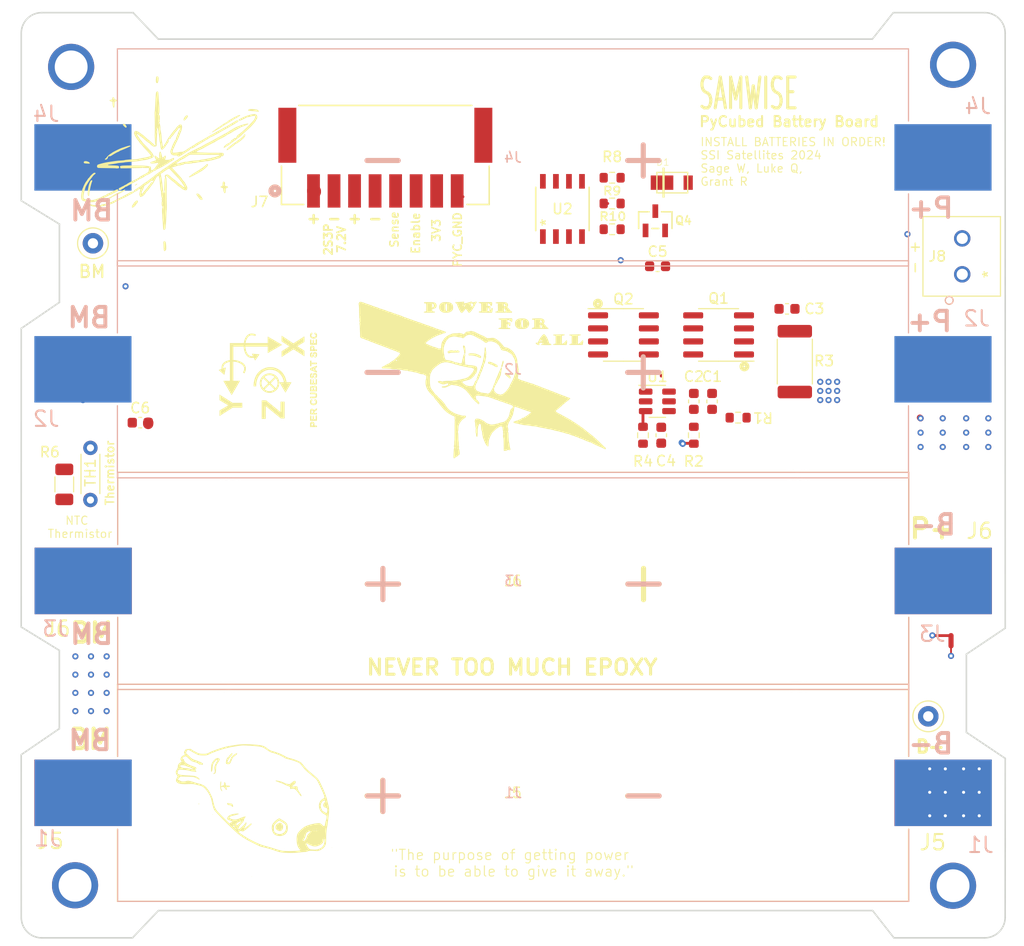
<source format=kicad_pcb>
(kicad_pcb (version 20221018) (generator pcbnew)
  (title_block (title "Battery Board") (date "2024-05-07") (rev "v2B") (company "Stanford SSI") (comment 1 "Original design by Max Holiday, very small adaptations by Grant Regen") (comment 2 "More small edits made by Sage Wu and Luke Qiao"))
  (layers (0 "F.Cu" signal) (1 "In1.Cu" signal) (2 "In2.Cu" signal) (31 "B.Cu" signal) (34 "B.Paste" user) (35 "F.Paste" user) (36 "B.SilkS" user "B.Silkscreen") (37 "F.SilkS" user "F.Silkscreen") (38 "B.Mask" user) (39 "F.Mask" user) (44 "Edge.Cuts" user))
  (net 0 "")
  (net 1 "/VDD")
  (net 2 "B-")
  (net 3 "PACK-")
  (net 4 "BM")
  (net 5 "PACK+")
  (net 6 "Net-(U1-VC)")
  (net 7 "Net-(C3-Pad1)")
  (net 8 "PyCubed_AIN5")
  (net 10 "Net-(U1-V-)")
  (net 14 "Net-(Q1-G)")
  (net 15 "+3V3")
  (net 16 "Net-(Q1-D-Pad5)")
  (net 17 "Net-(Q2-G)")
  (net 18 "/HEATER")
  (net 19 "PyCubed_HIN")
  (net 20 "Net-(Q4-G)")
  (net 21 "PYCUBED_GND")
  (net 22 "Net-(Q4-D)")
  (footprint "batteryboard:Keystone_1042" (layer "F.Cu") (at 101.1174 129.8448 180)
    (fp_text reference "J5" (at 0 0 180) (layer "F.SilkS"))
    (fp_text value "KEYSTONE-1042")
    (fp_text user "-" (at -12.7 0 180) (layer "F.SilkS") (effects (font (size 4 4) (thickness 0.5))))
    (fp_text user "+" (at 12.7 0 180) (layer "F.SilkS") (effects (font (size 4 4) (thickness 0.5))))
    (pad "" np_thru_hole circle (at -27.5209 8.001 180) (size 3.7084 3.7084) (drill 3.7084) (layers "*.Cu" "*.Mask"))
    (pad "" np_thru_hole circle (at 27.7241 -8.001 180) (size 3.7084 3.7084) (drill 3.7084) (layers "*.Cu" "*.Mask"))
    (pad "" np_thru_hole circle (at 35.9537 8.001 180) (size 2.6416 2.6416) (drill 2.6416) (layers "*.Cu" "*.Mask"))
    (pad "1" smd rect (at -41.91 0 180) (size 9.4676 6.477) (layers "F.Cu" "F.Paste" "F.Mask") (net 2 "B-"))
    (pad "2" smd rect (at 41.91 0 180) (size 9.4676 6.477) (layers "F.Cu" "F.Paste" "F.Mask") (net 4 "BM"))
  )
  (footprint "Package_TO_SOT_SMD:SOT-23-6" (layer "F.Cu") (at 115.189 91.694)
    (fp_text reference "U1" (at 0 -2.4) (layer "F.SilkS"))
    (fp_text value "R5460N233AF")
    (pad "1" smd roundrect (at -1.1375 -0.95) (size 1.325 0.6) (layers "F.Cu" "F.Paste" "F.Mask") (net 14 "Net-(Q1-G)"))
    (pad "2" smd roundrect (at -1.1375 0) (size 1.325 0.6) (layers "F.Cu" "F.Paste" "F.Mask") (net 17 "Net-(Q2-G)"))
    (pad "3" smd roundrect (at -1.1375 0.95) (size 1.325 0.6) (layers "F.Cu" "F.Paste" "F.Mask") (net 10 "Net-(U1-V-)"))
    (pad "4" smd roundrect (at 1.1375 0.95) (size 1.325 0.6) (layers "F.Cu" "F.Paste" "F.Mask") (net 6 "Net-(U1-VC)"))
    (pad "5" smd roundrect (at 1.1375 0) (size 1.325 0.6) (layers "F.Cu" "F.Paste" "F.Mask") (net 1 "/VDD"))
    (pad "6" smd roundrect (at 1.1375 -0.95) (size 1.325 0.6) (layers "F.Cu" "F.Paste" "F.Mask") (net 2 "B-"))
  )
  (footprint "batteryboard:Keystone_1042" (layer "F.Cu") (at 101.1428 109.1946)
    (fp_text reference "J6" (at 0 0) (layer "F.SilkS"))
    (fp_text value "KEYSTONE-1042")
    (fp_text user "-" (at -12.7 0) (layer "F.SilkS") (effects (font (size 4 4) (thickness 0.5))))
    (fp_text user "+" (at 12.7 0) (layer "F.SilkS") (effects (font (size 4 4) (thickness 0.5))))
    (pad "" np_thru_hole circle (at -27.5209 8.001) (size 3.7084 3.7084) (drill 3.7084) (layers "*.Cu" "*.Mask"))
    (pad "" np_thru_hole circle (at 27.7241 -8.001) (size 3.7084 3.7084) (drill 3.7084) (layers "*.Cu" "*.Mask"))
    (pad "" np_thru_hole circle (at 35.9537 8.001) (size 2.6416 2.6416) (drill 2.6416) (layers "*.Cu" "*.Mask"))
    (pad "1" smd rect (at -41.91 0) (size 9.4676 6.477) (layers "F.Cu" "F.Paste" "F.Mask") (net 4 "BM"))
    (pad "2" smd rect (at 41.91 0) (size 9.4676 6.477) (layers "F.Cu" "F.Paste" "F.Mask") (net 5 "PACK+"))
  )
  (footprint "Capacitor_SMD:C_0603_1608Metric" (layer "F.Cu") (at 120.523 91.694 -90)
    (fp_text reference "C1" (at -2.413 0 -180) (layer "F.SilkS"))
    (fp_text value "0.1uF")
    (pad "1" smd roundrect (at -0.775 0 270) (size 0.9 0.95) (layers "F.Cu" "F.Paste" "F.Mask") (net 2 "B-"))
    (pad "2" smd roundrect (at 0.775 0 270) (size 0.9 0.95) (layers "F.Cu" "F.Paste" "F.Mask") (net 1 "/VDD"))
  )
  (footprint "Capacitor_SMD:C_0603_1608Metric" (layer "F.Cu") (at 118.745 91.694 -90)
    (fp_text reference "C2" (at -2.413 0 -180) (layer "F.SilkS"))
    (fp_text value "0.1uF")
    (pad "1" smd roundrect (at -0.775 0 270) (size 0.9 0.95) (layers "F.Cu" "F.Paste" "F.Mask") (net 2 "B-"))
    (pad "2" smd roundrect (at 0.775 0 270) (size 0.9 0.95) (layers "F.Cu" "F.Paste" "F.Mask") (net 6 "Net-(U1-VC)"))
  )
  (footprint "Capacitor_SMD:C_0603_1608Metric" (layer "F.Cu") (at 115.57 94.996 -90)
    (fp_text reference "C4" (at 2.5077 -0.4535 -180) (layer "F.SilkS"))
    (fp_text value "0.1uF")
    (pad "1" smd roundrect (at -0.775 0 270) (size 0.9 0.95) (layers "F.Cu" "F.Paste" "F.Mask") (net 2 "B-"))
    (pad "2" smd roundrect (at 0.775 0 270) (size 0.9 0.95) (layers "F.Cu" "F.Paste" "F.Mask") (net 10 "Net-(U1-V-)"))
  )
  (footprint "Capacitor_SMD:C_0603_1608Metric" (layer "F.Cu") (at 127.8255 82.677 180)
    (fp_text reference "C3" (at -2.667 0 unlocked) (layer "F.SilkS"))
    (fp_text value "0.1uF")
    (pad "1" smd roundrect (at -0.775 0 180) (size 0.9 0.95) (layers "F.Cu" "F.Paste" "F.Mask") (net 7 "Net-(C3-Pad1)"))
    (pad "2" smd roundrect (at 0.775 0 180) (size 0.9 0.95) (layers "F.Cu" "F.Paste" "F.Mask") (net 3 "PACK-"))
  )
  (footprint "Resistor_SMD:R_0603_1608Metric" (layer "F.Cu") (at 123.063 93.2815 180)
    (fp_text reference "R1" (at -2.413 0 180 unlocked) (layer "F.SilkS"))
    (fp_text value "330")
    (pad "1" smd roundrect (at -0.825 0 180) (size 0.8 0.95) (layers "F.Cu" "F.Paste" "F.Mask") (net 5 "PACK+"))
    (pad "2" smd roundrect (at 0.825 0 180) (size 0.8 0.95) (layers "F.Cu" "F.Paste" "F.Mask") (net 1 "/VDD"))
  )
  (footprint "Resistor_SMD:R_0603_1608Metric" (layer "F.Cu") (at 118.745 94.996 90)
    (fp_text reference "R2" (at -2.54 0 180) (layer "F.SilkS"))
    (fp_text value "330")
    (pad "1" smd roundrect (at -0.825 0 90) (size 0.8 0.95) (layers "F.Cu" "F.Paste" "F.Mask") (net 4 "BM"))
    (pad "2" smd roundrect (at 0.825 0 90) (size 0.8 0.95) (layers "F.Cu" "F.Paste" "F.Mask") (net 6 "Net-(U1-VC)"))
  )
  (footprint "Package_SO:SOIC-8_3.9x4.9mm_P1.27mm" (layer "F.Cu") (at 111.887 85.217)
    (fp_text reference "Q2" (at 0 -3.4925 unlocked) (layer "F.SilkS"))
    (fp_text value "IRF7458")
    (pad "1" smd roundrect (at -2.475 -1.905) (size 1.95 0.6) (layers "F.Cu" "F.Paste" "F.Mask") (net 3 "PACK-"))
    (pad "2" smd roundrect (at -2.475 -0.635) (size 1.95 0.6) (layers "F.Cu" "F.Paste" "F.Mask") (net 3 "PACK-"))
    (pad "3" smd roundrect (at -2.475 0.635) (size 1.95 0.6) (layers "F.Cu" "F.Paste" "F.Mask") (net 3 "PACK-"))
    (pad "4" smd roundrect (at -2.475 1.905) (size 1.95 0.6) (layers "F.Cu" "F.Paste" "F.Mask") (net 17 "Net-(Q2-G)"))
    (pad "5" smd roundrect (at 2.475 1.905) (size 1.95 0.6) (layers "F.Cu" "F.Paste" "F.Mask") (net 16 "Net-(Q1-D-Pad5)"))
    (pad "6" smd roundrect (at 2.475 0.635) (size 1.95 0.6) (layers "F.Cu" "F.Paste" "F.Mask") (net 16 "Net-(Q1-D-Pad5)"))
    (pad "7" smd roundrect (at 2.475 -0.635) (size 1.95 0.6) (layers "F.Cu" "F.Paste" "F.Mask") (net 16 "Net-(Q1-D-Pad5)"))
    (pad "8" smd roundrect (at 2.475 -1.905) (size 1.95 0.6) (layers "F.Cu" "F.Paste" "F.Mask") (net 16 "Net-(Q1-D-Pad5)"))
  )
  (footprint "Package_SO:SOIC-8_3.9x4.9mm_P1.27mm" (layer "F.Cu") (at 121.158 85.217 180)
    (fp_text reference "Q1" (at 0 3.556 unlocked) (layer "F.SilkS"))
    (fp_text value "IRF7458")
    (pad "1" smd roundrect (at -2.475 -1.905 180) (size 1.95 0.6) (layers "F.Cu" "F.Paste" "F.Mask") (net 7 "Net-(C3-Pad1)"))
    (pad "2" smd roundrect (at -2.475 -0.635 180) (size 1.95 0.6) (layers "F.Cu" "F.Paste" "F.Mask") (net 7 "Net-(C3-Pad1)"))
    (pad "3" smd roundrect (at -2.475 0.635 180) (size 1.95 0.6) (layers "F.Cu" "F.Paste" "F.Mask") (net 7 "Net-(C3-Pad1)"))
    (pad "4" smd roundrect (at -2.475 1.905 180) (size 1.95 0.6) (layers "F.Cu" "F.Paste" "F.Mask") (net 14 "Net-(Q1-G)"))
    (pad "5" smd roundrect (at 2.475 1.905 180) (size 1.95 0.6) (layers "F.Cu" "F.Paste" "F.Mask") (net 16 "Net-(Q1-D-Pad5)"))
    (pad "6" smd roundrect (at 2.475 0.635 180) (size 1.95 0.6) (layers "F.Cu" "F.Paste" "F.Mask") (net 16 "Net-(Q1-D-Pad5)"))
    (pad "7" smd roundrect (at 2.475 -0.635 180) (size 1.95 0.6) (layers "F.Cu" "F.Paste" "F.Mask") (net 16 "Net-(Q1-D-Pad5)"))
    (pad "8" smd roundrect (at 2.475 -1.905 180) (size 1.95 0.6) (layers "F.Cu" "F.Paste" "F.Mask") (net 16 "Net-(Q1-D-Pad5)"))
  )
  (footprint "Resistor_SMD:R_0603_1608Metric" (layer "F.Cu") (at 113.792 94.996 -90)
    (fp_text reference "R4" (at 2.54 0 -180) (layer "F.SilkS"))
    (fp_text value "1K")
    (pad "1" smd roundrect (at -0.825 0 270) (size 0.8 0.95) (layers "F.Cu" "F.Paste" "F.Mask") (net 10 "Net-(U1-V-)"))
    (pad "2" smd roundrect (at 0.825 0 270) (size 0.8 0.95) (layers "F.Cu" "F.Paste" "F.Mask") (net 3 "PACK-"))
  )
  (footprint "Resistor_SMD:R_2512_6332Metric" (layer "F.Cu") (at 128.5875 87.8205 90)
    (fp_text reference "R3" (at 0.0635 2.8575) (layer "F.SilkS"))
    (fp_text value "0.01")
    (pad "1" smd roundrect (at -2.9625 0 90) (size 1.225 3.35) (layers "F.Cu" "F.Paste" "F.Mask") (roundrect_rratio 0.2040816327) (net 2 "B-"))
    (pad "2" smd roundrect (at 2.9625 0 90) (size 1.225 3.35) (layers "F.Cu" "F.Paste" "F.Mask") (roundrect_rratio 0.2040816327) (net 7 "Net-(C3-Pad1)"))
  )
  (footprint "TestPoint:TestPoint_Loop_D1.80mm_Drill1.0mm_Beaded" (layer "F.Cu") (at 141.5923 122.3899)
    (fp_text reference "TP1" hide)
    (fp_text value "TestPoint")
    (pad "1" thru_hole circle (at 0 0) (size 2 2) (drill 1) (layers "*.Cu" "*.Mask") (net 2 "B-"))
  )
  (footprint "TestPoint:TestPoint_Loop_D1.80mm_Drill1.0mm_Beaded" (layer "F.Cu") (at 60.1853 76.2889)
    (fp_text reference "TP2" hide)
    (fp_text value "TestPoint")
    (pad "1" thru_hole circle (at 0 0) (size 2 2) (drill 1) (layers "*.Cu" "*.Mask") (net 4 "BM"))
  )
  (footprint "batteryboard:MountingHole_3.2mm_M3_DIN965_PadMOD" (layer "F.Cu") (at 144.0103 138.8999)
    (fp_text reference "H4" hide)
    (fp_text value "MountingHole_Pad")
    (pad "1" thru_hole circle (at 0 0) (size 4.5 4.5) (drill 3.2) (layers "*.Cu" "*.Mask"))
  )
  (footprint "batteryboard:MountingHole_3.2mm_M3_DIN965_PadMOD" (layer "F.Cu") (at 58.0607 59.0989)
    (fp_text reference "H2" hide)
    (fp_text value "MountingHole_Pad")
    (pad "1" thru_hole circle (at 0 0) (size 4.5 4.5) (drill 3.2) (layers "*.Cu" "*.Mask"))
  )
  (footprint "batteryboard:MountingHole_3.2mm_M3_DIN965_PadMOD" (layer "F.Cu") (at 58.4417 138.8549)
    (fp_text reference "H1" hide)
    (fp_text value "MountingHole_Pad")
    (pad "1" thru_hole circle (at 0 0) (size 4.5 4.5) (drill 3.2) (layers "*.Cu" "*.Mask"))
  )
  (footprint "batteryboard:MountingHole_3.2mm_M3_DIN965_PadMOD" (layer "F.Cu") (at 144.0103 58.8899)
    (fp_text reference "H3" hide)
    (fp_text value "MountingHole_Pad")
    (pad "1" thru_hole circle (at 0 0) (size 4.5 4.5) (drill 3.2) (layers "*.Cu" "*.Mask"))
  )
  (footprint "batteryboard:pheonix_2pos_screwterminal" (layer "F.Cu") (at 144.9033 79.312102 90)
    (fp_text reference "J8" (at 1.75 -2.4257) (layer "F.SilkS"))
    (fp_text value "Screw_Terminal_01x02" hide)
    (fp_text user "*" (at 0 2.54 90) (layer "F.SilkS"))
    (pad "1" thru_hole circle (at -0.000001 0 90) (size 1.6002 1.6002) (drill 1.0922) (layers "*.Cu" "*.Mask") (net 3 "PACK-"))
    (pad "2" thru_hole circle (at 3.500002 0 90) (size 1.6002 1.6002) (drill 1.0922) (layers "*.Cu" "*.Mask") (net 5 "PACK+"))
  )
  (footprint "Resistor_SMD:R_1206_3216Metric" (layer "F.Cu") (at 57.3913 99.7839 -90)
    (fp_text reference "R6" (at -3.1438 1.4134) (layer "F.SilkS"))
    (fp_text value "200k, RN73H2BTTD2003A05")
    (pad "1" smd roundrect (at -1.4625 0 270) (size 1.125 1.75) (layers "F.Cu" "F.Paste" "F.Mask") (roundrect_rratio 0.2222222222) (net 15 "+3V3"))
    (pad "2" smd roundrect (at 1.4625 0 270) (size 1.125 1.75) (layers "F.Cu" "F.Paste" "F.Mask") (roundrect_rratio 0.2222222222) (net 8 "PyCubed_AIN5"))
  )
  (footprint "Resistor_THT:R_Axial_DIN0204_L3.6mm_D1.6mm_P5.08mm_Horizontal" (layer "F.Cu") (at 59.9393 101.3079 90)
    (fp_text reference "TH1" (at 2.667 0 90) (layer "F.SilkS"))
    (fp_text value "TTDO-10KC8-3-1%")
    (pad "1" thru_hole circle (at 0 0 90) (size 1.4 1.4) (drill 0.7) (layers "*.Cu" "*.Mask") (net 8 "PyCubed_AIN5"))
    (pad "2" thru_hole oval (at 5.08 0 90) (size 1.4 1.4) (drill 0.7) (layers "*.Cu" "*.Mask") (net 21 "PYCUBED_GND"))
  )
  (footprint "batteryboard:PowerLogo" (layer "F.Cu") (at 97.672 89.637502)
    (fp_text reference "Ref**" hide)
    (fp_text value "Val**" hide)
  )
  (footprint "Resistor_SMD:R_0603_1608Metric" (layer "F.Cu") (at 110.7853 69.8999)
    (fp_text reference "R8" (at 0 -2.038) (layer "F.SilkS"))
    (fp_text value "10k")
    (pad "1" smd roundrect (at -0.825 0) (size 0.8 0.95) (layers "F.Cu" "F.Paste" "F.Mask") (net 20 "Net-(Q4-G)"))
    (pad "2" smd roundrect (at 0.825 0) (size 0.8 0.95) (layers "F.Cu" "F.Paste" "F.Mask") (net 21 "PYCUBED_GND"))
  )
  (footprint "mainboard:PWRDI-123" (layer "F.Cu") (at 116.6447 70.3789)
    (fp_text reference "D1" (at -1.6 -1.6) (layer "F.SilkS") (effects (font (size 0.665 0.665) (thickness 0.0532)) (justify left bottom)))
    (fp_text value "DFLS130L" hide)
    (pad "A" smd rect (at 1.55 0) (size 0.9 1.4) (layers "F.Cu" "F.Paste" "F.Mask") (net 21 "PYCUBED_GND"))
    (pad "C" smd rect (at -1 0) (size 2.2 1.4) (layers "F.Cu" "F.Paste" "F.Mask") (net 18 "/HEATER"))
  )
  (footprint "Resistor_SMD:R_0603_1608Metric" (layer "F.Cu") (at 110.7853 72.4099 180)
    (fp_text reference "R9" (at 0 1.2206) (layer "F.SilkS") (effects (font (size 0.8 0.9))))
    (fp_text value "4.7k")
    (pad "1" smd roundrect (at -0.825 0 180) (size 0.8 0.95) (layers "F.Cu" "F.Paste" "F.Mask") (net 20 "Net-(Q4-G)"))
    (pad "2" smd roundrect (at 0.825 0 180) (size 0.8 0.95) (layers "F.Cu" "F.Paste" "F.Mask") (net 19 "PyCubed_HIN"))
  )
  (footprint "batteryboard_local:SOT-23" (layer "F.Cu") (at 114.9921 74.0316)
    (fp_text reference "Q4" (at 1.8415 0.508 180) (layer "F.SilkS") (effects (font (size 0.8 0.8) (thickness 0.154432)) (justify left bottom)))
    (fp_text value "IRLML2803" hide)
    (pad "1" smd rect (at -0.9525 1.0033) (size 0.5588 1.3208) (layers "F.Cu" "F.Paste" "F.Mask") (net 20 "Net-(Q4-G)"))
    (pad "2" smd rect (at 0.9525 1.0033) (size 0.5588 1.3208) (layers "F.Cu" "F.Paste" "F.Mask") (net 21 "PYCUBED_GND"))
    (pad "3" smd rect (at 0 -0.8763) (size 0.5588 1.3208) (layers "F.Cu" "F.Paste" "F.Mask") (net 22 "Net-(Q4-D)"))
  )
  (footprint "Capacitor_SMD:C_0603_1608Metric" (layer "F.Cu") (at 64.7917 93.7699)
    (fp_text reference "C6" (at 0 -1.43) (layer "F.SilkS"))
    (fp_text value "10uF")
    (pad "1" smd roundrect (at -0.775 0) (size 0.9 0.95) (layers "F.Cu" "F.Paste" "F.Mask") (net 15 "+3V3"))
    (pad "2" smd roundrect (at 0.775 0) (size 0.9 0.95) (layers "F.Cu" "F.Paste" "F.Mask") (net 21 "PYCUBED_GND"))
  )
  (footprint "NetTie:NetTie-2_SMD_Pad0.5mm" (layer "F.Cu") (at 143.8111 115.0217 -90)
    (fp_text reference "NT1" hide)
    (fp_text value "NetTie_2" hide)
    (fp_poly (pts (xy -0.5 -0.25) (xy 0.5 -0.25) (xy 0.5 0.25) (xy -0.5 0.25)) (fill solid) (layer "F.Cu"))
    (pad "1" smd circle (at -0.5 0 270) (size 0.5 0.5) (layers "F.Cu") (net 21 "PYCUBED_GND"))
    (pad "2" smd circle (at 0.5 0 270) (size 0.5 0.5) (layers "F.Cu") (net 18 "/HEATER"))
  )
  (footprint "batteryboard_local:CONN_502352-0801_MOL" (layer "F.Cu") (at 88.6803 67.6799 180)
    (fp_text reference "J7" (at 12.2606 -4.574 unlocked) (layer "F.SilkS"))
    (fp_text value "MOLEX 502352-0801")
    (pad "1" smd rect (at 6.999999 -3.506 180) (size 1.2446 3.2512) (layers "F.Cu" "F.Paste" "F.Mask") (net 5 "PACK+"))
    (pad "2" smd rect (at 5 -3.506 180) (size 1.2446 3.2512) (layers "F.Cu" "F.Paste" "F.Mask") (net 3 "PACK-"))
    (pad "3" smd rect (at 2.999999 -3.506 180) (size 1.2446 3.2512) (layers "F.Cu" "F.Paste" "F.Mask") (net 5 "PACK+"))
    (pad "4" smd rect (at 1.000001 -3.506 180) (size 1.2446 3.2512) (layers "F.Cu" "F.Paste" "F.Mask") (net 3 "PACK-"))
    (pad "5" smd rect (at -1.000001 -3.506 180) (size 1.2446 3.2512) (layers "F.Cu" "F.Paste" "F.Mask") (net 19 "PyCubed_HIN"))
    (pad "6" smd rect (at -2.999999 -3.506 180) (size 1.2446 3.2512) (layers "F.Cu" "F.Paste" "F.Mask") (net 8 "PyCubed_AIN5"))
    (pad "7" smd rect (at -5 -3.506 180) (size 1.2446 3.2512) (layers "F.Cu" "F.Paste" "F.Mask") (net 15 "+3V3"))
    (pad "8" smd rect (at -7.000001 -3.506 180) (size 1.2446 3.2512) (layers "F.Cu" "F.Paste" "F.Mask") (net 21 "PYCUBED_GND"))
    (pad "9" smd rect (at -9.550001 1.919001 180) (size 1.7526 5.3594) (layers "F.Cu" "F.Paste" "F.Mask"))
    (pad "10" smd rect (at 9.550001 1.919001 180) (size 1.7526 5.3594) (layers "F.Cu" "F.Paste" "F.Mask"))
  )
  (footprint "LOGO" (layer "F.Cu") (at 67.8143 68.1159)
    (fp_text reference "G***" hide)
    (fp_text value "LOGO" hide)
  )
  (footprint "batteryboard:SOIC_2LSS-13_DIO" (layer "F.Cu") (at 105.9397 72.9419 90)
    (fp_text reference "U2" (at 0 0 unlocked) (layer "F.SilkS"))
    (fp_text value "DMP2040USS-13")
    (fp_text user "*" (at -1.3208 -1.5748 90 unlocked) (layer "F.SilkS"))
    (pad "1" smd rect (at -2.6924 -1.905 90) (size 1.4224 0.5588) (layers "F.Cu" "F.Paste" "F.Mask") (net 15 "+3V3"))
    (pad "2" smd rect (at -2.6924 -0.635 90) (size 1.4224 0.5588) (layers "F.Cu" "F.Paste" "F.Mask") (net 15 "+3V3"))
    (pad "3" smd rect (at -2.6924 0.635 90) (size 1.4224 0.5588) (layers "F.Cu" "F.Paste" "F.Mask") (net 15 "+3V3"))
    (pad "4" smd rect (at -2.6924 1.905 90) (size 1.4224 0.5588) (layers "F.Cu" "F.Paste" "F.Mask") (net 22 "Net-(Q4-D)"))
    (pad "5" smd rect (at 2.6924 1.905 90) (size 1.4224 0.5588) (layers "F.Cu" "F.Paste" "F.Mask") (net 18 "/HEATER"))
    (pad "6" smd rect (at 2.6924 0.635 90) (size 1.4224 0.5588) (layers "F.Cu" "F.Paste" "F.Mask") (net 18 "/HEATER"))
    (pad "7" smd rect (at 2.6924 -0.635 90) (size 1.4224 0.5588) (layers "F.Cu" "F.Paste" "F.Mask") (net 18 "/HEATER"))
    (pad "8" smd rect (at 2.6924 -1.905 90) (size 1.4224 0.5588) (layers "F.Cu" "F.Paste" "F.Mask") (net 18 "/HEATER"))
  )
  (footprint "Capacitor_SMD:C_0603_1608Metric" (layer "F.Cu") (at 115.2107 78.5299)
    (fp_text reference "C5" (at 0 -1.43) (layer "F.SilkS"))
    (fp_text value "10uF")
    (pad "1" smd roundrect (at -0.775 0) (size 0.9 0.95) (layers "F.Cu" "F.Paste" "F.Mask") (net 15 "+3V3"))
    (pad "2" smd roundrect (at 0.775 0) (size 0.9 0.95) (layers "F.Cu" "F.Paste" "F.Mask") (net 21 "PYCUBED_GND"))
  )
  (footprint "LOGO" (layer "F.Cu") (at 76.0693 130.2189)
    (fp_text reference "G***" hide)
    (fp_text value "LOGO" hide)
  )
  (footprint "Resistor_SMD:R_0603_1608Metric" (layer "F.Cu") (at 110.7853 74.9199)
    (fp_text reference "R10" (at 0.0566 -1.2414) (layer "F.SilkS") (effects (font (size 0.8 0.9))))
    (fp_text value "100k")
    (pad "1" smd roundrect (at -0.825 0) (size 0.8 0.95) (layers "F.Cu" "F.Paste" "F.Mask") (net 22 "Net-(Q4-D)"))
    (pad "2" smd roundrect (at 0.825 0) (size 0.8 0.95) (layers "F.Cu" "F.Paste" "F.Mask") (net 15 "+3V3"))
  )
  (footprint "batteryboard:Keystone_1042" (layer "B.Cu") (at 101.1174 88.5698)
    (fp_text reference "J2" (at 0 0) (layer "B.SilkS") (effects (justify mirror)))
    (fp_text value "KEYSTONE-1042")
    (fp_text user "+" (at 12.7 0) (layer "B.SilkS") (effects (font (size 4 4) (thickness 0.5)) (justify mirror)))
    (fp_text user "-" (at -12.7 0) (layer "B.SilkS") (effects (font (size 4 4) (thickness 0.5)) (justify mirror)))
    (pad "" np_thru_hole circle (at -27.5209 -8.001) (size 3.7084 3.7084) (drill 3.7084) (layers "*.Cu" "*.Mask"))
    (pad "" np_thru_hole circle (at 27.7241 8.001) (size 3.7084 3.7084) (drill 3.7084) (layers "*.Cu" "*.Mask"))
    (pad "" np_thru_hole circle (at 35.9537 -8.001) (size 2.6416 2.6416) (drill 2.6416) (layers "*.Cu" "*.Mask"))
    (pad "1" smd rect (at -41.91 0) (size 9.4676 6.477) (layers "B.Cu" "B.Paste" "B.Mask") (net 4 "BM"))
    (pad "2" smd rect (at 41.91 0) (size 9.4676 6.477) (layers "B.Cu" "B.Paste" "B.Mask") (net 5 "PACK+"))
  )
  (footprint "batteryboard:Keystone_1042" (layer "B.Cu") (at 101.1428 129.8448 180)
    (fp_text reference "J1" (at 0 0) (layer "B.SilkS") (effects (justify mirror)))
    (fp_text value "KEYSTONE-1042")
    (fp_text user "+" (at 12.7 0) (layer "B.SilkS") (effects (font (size 4 4) (thickness 0.5)) (justify mirror)))
    (fp_text user "-" (at -12.7 0) (layer "B.SilkS") (effects (font (size 4 4) (thickness 0.5)) (justify mirror)))
    (pad "" np_thru_hole circle (at -27.5209 -8.001 180) (size 3.7084 3.7084) (drill 3.7084) (layers "*.Cu" "*.Mask"))
    (pad "" np_thru_hole circle (at 27.7241 8.001 180) (size 3.7084 3.7084) (drill 3.7084) (layers "*.Cu" "*.Mask"))
    (pad "" np_thru_hole circle (at 35.9537 -8.001 180) (size 2.6416 2.6416) (drill 2.6416) (layers "*.Cu" "*.Mask"))
    (pad "1" smd rect (at -41.91 0 180) (size 9.4676 6.477) (layers "B.Cu" "B.Paste" "B.Mask") (net 2 "B-"))
    (pad "2" smd rect (at 41.91 0 180) (size 9.4676 6.477) (layers "B.Cu" "B.Paste" "B.Mask") (net 4 "BM"))
  )
  (footprint "batteryboard:Keystone_1042" (layer "B.Cu") (at 101.1428 109.1946 180)
    (fp_text reference "J3" (at 0 0) (layer "B.SilkS") (effects (justify mirror)))
    (fp_text value "KEYSTONE-1042")
    (fp_text user "+" (at 12.7 0) (layer "B.SilkS") (effects (font (size 4 4) (thickness 0.5)) (justify mirror)))
    (fp_text user "-" (at -12.7 0) (layer "B.SilkS") (effects (font (size 4 4) (thickness 0.5)) (justify mirror)))
    (pad "" np_thru_hole circle (at -27.5209 -8.001 180) (size 3.7084 3.7084) (drill 3.7084) (layers "*.Cu" "*.Mask"))
    (pad "" np_thru_hole circle (at 27.7241 8.001 180) (size 3.7084 3.7084) (drill 3.7084) (layers "*.Cu" "*.Mask"))
    (pad "" np_thru_hole circle (at 35.9537 -8.001 180) (size 2.6416 2.6416) (drill 2.6416) (layers "*.Cu" "*.Mask"))
    (pad "1" smd rect (at -41.91 0 180) (size 9.4676 6.477) (layers "B.Cu" "B.Paste" "B.Mask") (net 2 "B-"))
    (pad "2" smd rect (at 41.91 0 180) (size 9.4676 6.477) (layers "B.Cu" "B.Paste" "B.Mask") (net 4 "BM"))
  )
  (footprint "batteryboard:Keystone_1042" (layer "B.Cu") (at 101.1174 67.9196)
    (fp_text reference "J4" (at 0 0 180) (layer "B.SilkS") (effects (justify mirror)))
    (fp_text value "KEYSTONE-1042")
    (fp_text user "+" (at 12.7 0 180) (layer "B.SilkS") (effects (font (size 4 4) (thickness 0.5)) (justify mirror)))
    (fp_text user "-" (at -12.7 0 180) (layer "B.SilkS") (effects (font (size 4 4) (thickness 0.5)) (justify mirror)))
    (pad "" np_thru_hole circle (at -27.5209 -8.001) (size 3.7084 3.7084) (drill 3.7084) (layers "*.Cu" "*.Mask"))
    (pad "" np_thru_hole circle (at 27.7241 8.001) (size 3.7084 3.7084) (drill 3.7084) (layers "*.Cu" "*.Mask"))
    (pad "" np_thru_hole circle (at 35.9537 -8.001) (size 2.6416 2.6416) (drill 2.6416) (layers "*.Cu" "*.Mask"))
    (pad "1" smd rect (at -41.91 0) (size 9.4676 6.477) (layers "B.Cu" "B.Paste" "B.Mask") (net 4 "BM"))
    (pad "2" smd rect (at 41.91 0) (size 9.4676 6.477) (layers "B.Cu" "B.Paste" "B.Mask") (net 5 "PACK+"))
  )
  (footprint "batteryboard:XYZ_cubesat-bot" (layer "B.Cu") (at 77.2303 89.5899 -90)
    (fp_text reference "Ref**" hide)
    (fp_text value "Val**" hide)
  )
  (gr_circle (center 123.6726 88.2904) (end 123.7488 88.3158) (stroke (width 0.4)) (fill none) (layer "F.SilkS"))
  (gr_circle (center 109.3978 82.169) (end 109.474 82.1944) (stroke (width 0.4)) (fill none) (layer "F.SilkS"))
  (gr_arc (start 55.2003 143.9799) (mid 53.786086 143.394114) (end 53.2003 141.9799) (stroke (width 0.15)) (layer "Edge.Cuts"))
  (gr_arc (start 149.0853 141.9799) (mid 148.499514 143.394114) (end 147.0853 143.9799) (stroke (width 0.15)) (layer "Edge.Cuts"))
  (gr_arc (start 147.0853 53.8099) (mid 148.499514 54.395686) (end 149.0853 55.8099) (stroke (width 0.15)) (layer "Edge.Cuts"))
  (gr_arc (start 53.2003 55.8099) (mid 53.786086 54.395686) (end 55.2003 53.8099) (stroke (width 0.15)) (layer "Edge.Cuts"))
  (gr_line (start 55.2003 143.9799) (end 64.0395 143.9799) (stroke (width 0.15)) (layer "Edge.Cuts"))
  (gr_line (start 149.098 113.792) (end 149.0853 55.8099) (stroke (width 0.15)) (layer "Edge.Cuts"))
  (gr_line (start 136.1657 141.3187) (end 66.5697 141.3187) (stroke (width 0.15)) (layer "Edge.Cuts"))
  (gr_line (start 64.0395 143.9799) (end 66.5697 141.3187) (stroke (width 0.15)) (layer "Edge.Cuts"))
  (gr_line (start 147.0853 143.9799) (end 138.2461 143.9799) (stroke (width 0.15)) (layer "Edge.Cuts"))
  (gr_line (start 66.548 56.388) (end 64.0969 53.8099) (stroke (width 0.15)) (layer "Edge.Cuts"))
  (gr_line (start 136.144 56.388) (end 66.548 56.388) (stroke (width 0.15)) (layer "Edge.Cuts"))
  (gr_line (start 136.144 56.388) (end 138.1887 53.8099) (stroke (width 0.15)) (layer "Edge.Cuts"))
  (gr_line (start 147.0853 53.8099) (end 138.1887 53.8099) (stroke (width 0.15)) (layer "Edge.Cuts"))
  (gr_line (start 64.0969 53.8099) (end 55.2003 53.8099) (stroke (width 0.15)) (layer "Edge.Cuts"))
  (gr_line (start 53.2003 72.136) (end 53.2003 55.8099) (stroke (width 0.15)) (layer "Edge.Cuts"))
  (gr_line (start 149.0853 141.9799) (end 149.098 126.492) (stroke (width 0.15)) (layer "Edge.Cuts"))
  (gr_line (start 145.3097 123.952) (end 149.098 126.492) (stroke (width 0.15)) (layer "Edge.Cuts"))
  (gr_line (start 56.9121 115.9689) (end 53.1947 113.6829) (stroke (width 0.15)) (layer "Edge.Cuts"))
  (gr_line (start 145.3097 116.332) (end 145.3097 123.952) (stroke (width 0.15)) (layer "Edge.Cuts"))
  (gr_line (start 53.2003 84.582) (end 56.9177 82.042) (stroke (width 0.15)) (layer "Edge.Cuts"))
  (gr_line (start 56.9121 123.5889) (end 56.9121 115.9689) (stroke (width 0.15)) (layer "Edge.Cuts"))
  (gr_line (start 138.2461 143.9799) (end 136.1657 141.3187) (stroke (width 0.15)) (layer "Edge.Cuts"))
  (gr_line (start 53.2003 141.9799) (end 53.1947 126.1289) (stroke (width 0.15)) (layer "Edge.Cuts"))
  (gr_line (start 56.9177 74.422) (end 53.2003 72.136) (stroke (width 0.15)) (layer "Edge.Cuts"))
  (gr_line (start 56.9177 82.042) (end 56.9177 74.422) (stroke (width 0.15)) (layer "Edge.Cuts"))
  (gr_line (start 149.098 113.792) (end 145.3097 116.332) (stroke (width 0.15)) (layer "Edge.Cuts"))
  (gr_line (start 53.1947 126.1289) (end 56.9121 123.5889) (stroke (width 0.15)) (layer "Edge.Cuts"))
  (gr_line (start 53.1947 113.6829) (end 53.2003 84.582) (stroke (width 0.15)) (layer "Edge.Cuts"))
  (gr_text "BM" (at 60.0583 114.3889) (layer "B.SilkS") (effects (font (size 1.905 1.905) (thickness 0.381)) (justify mirror)))
  (gr_text "BM" (at 59.8043 83.5279) (layer "B.SilkS") (effects (font (size 1.905 1.905) (thickness 0.381)) (justify mirror)))
  (gr_text "BM" (at 60.0583 73.1139) (layer "B.SilkS") (effects (font (size 1.905 1.905) (thickness 0.381)) (justify mirror)))
  (gr_text "BM" (at 59.8895 124.7325) (layer "B.SilkS") (effects (font (size 1.905 1.905) (thickness 0.381)) (justify mirror)))
  (gr_text "B-" (at 141.8463 125.0569) (layer "B.SilkS") (effects (font (size 1.905 1.905) (thickness 0.381)) (justify mirror)))
  (gr_text "B-" (at 142.1003 103.7209) (layer "B.SilkS") (effects (font (size 1.905 1.905) (thickness 0.381)) (justify mirror)))
  (gr_text "P+" (at 141.7193 83.9089) (layer "B.SilkS") (effects (font (size 1.905 1.905) (thickness 0.381)) (justify mirror)))
  (gr_text "P+" (at 141.8463 72.8599) (layer "B.SilkS") (effects (font (size 1.905 1.905) (thickness 0.381)) (justify mirror)))
  (gr_text "J4" (at 57.0447 64.5599) (layer "B.SilkS") (effects (font (size 1.5 1.5) (thickness 0.2)) (justify left bottom mirror)))
  (gr_text "J3\n\n" (at 57.9617 117.1419) (layer "B.SilkS") (effects (font (size 1.5 1.5) (thickness 0.2)) (justify left bottom mirror)))
  (gr_text "J3\n\n" (at 143.4047 117.6459) (layer "B.SilkS") (effects (font (size 1.5 1.5) (thickness 0.2)) (justify left bottom mirror)))
  (gr_text "J4" (at 147.8497 63.7979) (layer "B.SilkS") (effects (font (size 1.5 1.5) (thickness 0.2)) (justify left bottom mirror)))
  (gr_text "J1\n" (at 148.1037 135.8069) (layer "B.SilkS") (effects (font (size 1.5 1.5) (thickness 0.2)) (justify left bottom mirror)))
  (gr_text "J2\n\n\n" (at 147.7227 89.3249) (layer "B.SilkS") (effects (font (size 1.5 1.5) (thickness 0.2)) (justify left bottom mirror)))
  (gr_text "J1\n" (at 57.1717 135.1719) (layer "B.SilkS") (effects (font (size 1.5 1.5) (thickness 0.2)) (justify left bottom mirror)))
  (gr_text "J2\n\n\n" (at 57.0447 99.1039) (layer "B.SilkS") (effects (font (size 1.5 1.5) (thickness 0.2)) (justify left bottom mirror)))
  (gr_text "BM" (at 59.9313 124.6309) (layer "F.SilkS") (effects (font (size 1.905 1.905) (thickness 0.381))))
  (gr_text "B-" (at 141.7791 125.3421) (layer "F.SilkS") (effects (font (size 1.2 1.2) (thickness 0.3))))
  (gr_text "P+" (at 141.9733 104.1019) (layer "F.SilkS") (effects (font (size 1.905 1.905) (thickness 0.381))))
  (gr_text "NTC \nThermistor" (at 58.9243 103.9553) (layer "F.SilkS") (effects (font (size 0.8 0.8) (thickness 0.1))))
  (gr_text "2S3P\n7.2V" (at 83.7655 75.9137 90) (layer "F.SilkS") (effects (font (size 0.8 0.8) (thickness 0.175))))
  (gr_text "- +" (at 140.2551 77.6663 90) (layer "F.SilkS") (effects (font (size 1 1))))
  (gr_text "INSTALL BATTERIES IN ORDER!\nSSI Satellites 2024\nSage W, Luke Q,\nGrant R\n" (at 119.3255 68.3445) (layer "F.SilkS") (effects (font (size 0.8 0.8) (thickness 0.1)) (justify left)))
  (gr_text "BM" (at 60.0927 79.0379) (layer "F.SilkS") (effects (font (size 1.2 1.2) (thickness 0.2))))
  (gr_text "Enable" (at 91.6395 75.3041 90) (layer "F.SilkS") (effects (font (size 0.8 0.8))))
  (gr_text "Sense" (at 89.5567 74.9485 90) (layer "F.SilkS") (effects (font (size 0.8 0.8))))
  (gr_text "Thermistor" (at 61.8363 98.6663 90) (layer "F.SilkS") (effects (font (size 0.8 0.8))))
  (gr_text "J5" (at 54.6317 135.4259) (layer "F.SilkS") (effects (font (size 1.5 1.5) (thickness 0.2)) (justify left bottom)))
  (gr_text "J6\n" (at 55.2947 114.7289) (layer "F.SilkS") (effects (font (size 1.5 1.5) (thickness 0.2)) (justify left bottom)))
  (gr_text "J5" (at 140.6107 135.5529) (layer "F.SilkS") (effects (font (size 1.5 1.5) (thickness 0.2)) (justify left bottom)))
  (gr_text "J6\n" (at 145.1827 105.1999) (layer "F.SilkS") (effects (font (size 1.5 1.5) (thickness 0.2)) (justify left bottom)))
  (gr_text "{dblquote}The purpose of getting power \nis to be able to give it away.{dblquote}" (at 101.1899 136.6959) (layer "F.SilkS") (effects (font (size 1 1) (thickness 0.1))))
  (gr_text "SAMWISE" (at 124.0753 61.7151) (layer "F.SilkS") (effects (font (size 3 1.5) (thickness 0.3))))
  (gr_text "3V3" (at 93.6447 75.0289 90) (layer "F.SilkS") (effects (font (size 0.8 0.8))))
  (gr_text "PYC_GND" (at 95.7197 75.9289 90) (layer "F.SilkS") (effects (font (size 0.8 0.8))))
  (gr_text "PyCubed Battery Board" (at 128.0377 64.4329) (layer "F.SilkS") (effects (font (size 1 1) (thickness 0.2))))
  (gr_text "- + - +" (at 84.6963 74.0029 180) (layer "F.SilkS") (effects (font (size 1 1) (thickness 0.25))))
  (gr_text "BM" (at 60.0583 114.2619) (layer "F.SilkS") (effects (font (size 1.905 1.905) (thickness 0.381))))
  (gr_text "NEVER TOO MUCH EPOXY" (at 101.0303 117.6099) (layer "F.SilkS") (effects (font (size 1.5 1.5) (thickness 0.3))))
  (segment (start 120.523 92.456) (end 120.523 92.4815) (width 0.2794) (layer "F.Cu") (net 1))
  (segment (start 118.745 90.9065) (end 118.745 90.678) (width 0.2794) (layer "F.Cu") (net 2))
  (segment (start 120.2945 90.678) (end 120.523 90.9065) (width 0.2794) (layer "F.Cu") (net 2))
  (segment (start 128.4015 90.9065) (end 128.5875 90.7205) (width 0.2794) (layer "F.Cu") (net 2))
  (segment (start 116.589 90.744) (end 116.655 90.678) (width 0.2794) (layer "F.Cu") (net 2))
  (via (at 143.256 129.794) (size 0.6) (drill 0.3) (layers "F.Cu" "B.Cu") (net 2))
  (via (at 146.558 129.794) (size 0.6) (drill 0.3) (layers "F.Cu" "B.Cu") (net 2))
  (via (at 145.034 129.794) (size 0.6) (drill 0.3) (layers "F.Cu" "B.Cu") (net 2))
  (via (at 141.732 129.794) (size 0.6) (drill 0.3) (layers "F.Cu" "B.Cu") (net 2))
  (via (at 146.558 132.08) (size 0.6) (drill 0.3) (layers "F.Cu" "B.Cu") (net 2))
  (via (at 141.732 132.08) (size 0.6) (drill 0.3) (layers "F.Cu" "B.Cu") (net 2))
  (via (at 143.256 132.08) (size 0.6) (drill 0.3) (layers "F.Cu" "B.Cu") (net 2))
  (via (at 145.034 132.08) (size 0.6) (drill 0.3) (layers "F.Cu" "B.Cu") (net 2))
  (via (at 131.8731 90.678) (size 0.6) (drill 0.3) (layers "F.Cu" "B.Cu") (net 2))
  (via (at 132.7113 90.678) (size 0.6) (drill 0.3) (layers "F.Cu" "B.Cu") (net 2))
  (via (at 131.064 90.678) (size 0.6) (drill 0.3) (layers "F.Cu" "B.Cu") (net 2))
  (via (at 131.8731 91.567) (size 0.6) (drill 0.3) (layers "F.Cu" "B.Cu") (net 2))
  (via (at 131.064 91.567) (size 0.6) (drill 0.3) (layers "F.Cu" "B.Cu") (net 2))
  (via (at 132.7113 91.567) (size 0.6) (drill 0.3) (layers "F.Cu" "B.Cu") (net 2))
  (via (at 143.256 127.508) (size 0.6) (drill 0.3) (layers "F.Cu" "B.Cu") (net 2))
  (via (at 146.558 127.508) (size 0.6) (drill 0.3) (layers "F.Cu" "B.Cu") (net 2))
  (via (at 145.034 127.508) (size 0.6) (drill 0.3) (layers "F.Cu" "B.Cu") (net 2))
  (via (at 131.8731 89.789) (size 0.6) (drill 0.3) (layers "F.Cu" "B.Cu") (net 2))
  (via (at 141.732 127.508) (size 0.6) (drill 0.3) (layers "F.Cu" "B.Cu") (net 2))
  (via (at 131.064 89.789) (size 0.6) (drill 0.3) (layers "F.Cu" "B.Cu") (net 2))
  (via (at 132.7113 89.789) (size 0.6) (drill 0.3) (layers "F.Cu" "B.Cu") (net 2))
  (segment (start 117.703498 95.7835) (end 117.665498 95.8215) (width 0.2794) (layer "F.Cu") (net 4))
  (segment (start 118.745 95.7835) (end 117.703498 95.7835) (width 0.2794) (layer "F.Cu") (net 4))
  (via (at 59.9957 121.8819) (size 0.6) (drill 0.3) (layers "F.Cu" "B.Cu") (net 4))
  (via (at 59.9957 118.3259) (size 0.6) (drill 0.3) (layers "F.Cu" "B.Cu") (net 4))
  (via (at 59.9957 120.1039) (size 0.6) (drill 0.3) (layers "F.Cu" "B.Cu") (net 4))
  (via (at 59.9957 116.5479) (size 0.6) (drill 0.3) (layers "F.Cu" "B.Cu") (net 4))
  (via (at 61.5197 116.5479) (size 0.6) (drill 0.3) (layers "F.Cu" "B.Cu") (net 4))
  (via (at 61.5197 118.3259) (size 0.6) (drill 0.3) (layers "F.Cu" "B.Cu") (net 4))
  (via (at 61.5197 121.8819) (size 0.6) (drill 0.3) (layers "F.Cu" "B.Cu") (net 4))
  (via (at 61.5197 120.1039) (size 0.6) (drill 0.3) (layers "F.Cu" "B.Cu") (net 4))
  (via (at 58.4717 120.1039) (size 0.6) (drill 0.3) (layers "F.Cu" "B.Cu") (net 4))
  (via (at 58.4717 118.3259) (size 0.6) (drill 0.3) (layers "F.Cu" "B.Cu") (net 4))
  (via (at 58.4717 116.5479) (size 0.6) (drill 0.3) (layers "F.Cu" "B.Cu") (net 4))
  (via (at 58.4717 121.8819) (size 0.6) (drill 0.3) (layers "F.Cu" "B.Cu") (net 4))
  (via (at 117.665498 95.8215) (size 0.6) (drill 0.3) (layers "F.Cu" "B.Cu") (net 4))
  (segment (start 117.563898 95.7199) (end 117.665498 95.8215) (width 0.6096) (layer "B.Cu") (net 4))
  (segment (start 59.2074 88.5698) (end 59.2074 91.567) (width 0.6096) (layer "B.Cu") (net 4))
  (segment (start 85.7123 71.2729) (end 85.7763 71.2089) (width 0.6096) (layer "F.Cu") (net 5))
  (segment (start 81.7753 71.209901) (end 81.776301 71.2089) (width 1.27) (layer "F.Cu") (net 5))
  (segment (start 85.725 71.1576) (end 85.7763 71.2089) (width 0.6096) (layer "F.Cu") (net 5))
  (segment (start 140.7795 93.2815) (end 140.843 93.345) (width 0.6096) (layer "F.Cu") (net 5))
  (segment (start 81.7753 71.280899) (end 81.680301 71.1859) (width 1.27) (layer "F.Cu") (net 5))
  (via (at 140.843 94.742) (size 0.6) (drill 0.3) (layers "F.Cu" "B.Cu") (net 5))
  (via (at 143.002 94.742) (size 0.6) (drill 0.3) (layers "F.Cu" "B.Cu") (net 5))
  (via (at 145.288 94.742) (size 0.6) (drill 0.3) (layers "F.Cu" "B.Cu") (net 5))
  (via (at 147.447 94.742) (size 0.6) (drill 0.3) (layers "F.Cu" "B.Cu") (net 5))
  (via (at 145.288 96.139) (size 0.6) (drill 0.3) (layers "F.Cu" "B.Cu") (net 5))
  (via (at 140.843 96.139) (size 0.6) (drill 0.3) (layers "F.Cu" "B.Cu") (net 5))
  (via (at 143.002 96.139) (size 0.6) (drill 0.3) (layers "F.Cu" "B.Cu") (net 5))
  (via (at 147.447 96.139) (size 0.6) (drill 0.3) (layers "F.Cu" "B.Cu") (net 5))
  (via (at 140.843 93.345) (size 0.6) (drill 0.3) (layers "F.Cu" "B.Cu") (net 5))
  (via (at 143.002 93.345) (size 0.6) (drill 0.3) (layers "F.Cu" "B.Cu") (net 5))
  (via (at 147.447 93.345) (size 0.6) (drill 0.3) (layers "F.Cu" "B.Cu") (net 5))
  (via (at 145.288 93.345) (size 0.6) (drill 0.3) (layers "F.Cu" "B.Cu") (net 5))
  (segment (start 128.613 84.895) (end 128.5875 84.9205) (width 0.6096) (layer "F.Cu") (net 7))
  (segment (start 59.8778 101.2464) (end 59.9393 101.3079) (width 1.27) (layer "F.Cu") (net 8))
  (segment (start 113.792 94.2085) (end 113.792 94.361) (width 0.2794) (layer "F.Cu") (net 10))
  (segment (start 113.789 94.2055) (end 113.792 94.2085) (width 0.2794) (layer "F.Cu") (net 10))
  (segment (start 113.789 92.644) (end 113.789 94.2055) (width 0.2794) (layer "F.Cu") (net 10))
  (segment (start 115.2145 95.7835) (end 115.57 95.7835) (width 0.2794) (layer "F.Cu") (net 10))
  (segment (start 115.57 89.154) (end 115.57 89.2255) (width 0.2794) (layer "F.Cu") (net 14))
  (segment (start 123.633 83.312) (end 123.506 83.439) (width 0.2794) (layer "F.Cu") (net 14))
  (segment (start 93.6803 70.1826) (end 93.6803 71.1859) (width 0.27178) (layer "F.Cu") (net 15))
  (segment (start 106.5747 75.6343) (end 106.5747 76.0661) (width 0.27178) (layer "F.Cu") (net 15))
  (segment (start 143.8111 116.5029) (end 143.8111 115.5217) (width 0.1778) (layer "F.Cu") (net 18))
  (via (at 139.5603 75.3999) (size 0.6) (drill 0.3) (layers "F.Cu" "B.Cu") (net 18))
  (via (at 63.3603 80.4799) (size 0.6) (drill 0.3) (layers "F.Cu" "B.Cu") (net 18))
  (via (at 143.8111 116.5029) (size 0.6) (drill 0.3) (layers "F.Cu" "B.Cu") (net 18))
  (segment (start 109.9603 72.4099) (end 110.3603 72.4099) (width 0.27178) (layer "F.Cu") (net 19))
  (via (at 111.6203 77.9399) (size 0.6) (drill 0.3) (layers "F.Cu" "B.Cu") (net 19))
  (segment (start 111.6103 72.4099) (end 111.6103 72.6056) (width 0.27178) (layer "F.Cu") (net 20))
  (segment (start 115.9446 78.4888) (end 115.9857 78.5299) (width 0.27178) (layer "F.Cu") (net 21))
  (segment (start 65.5667 93.7699) (end 65.5697 93.7669) (width 1) (layer "F.Cu") (net 21))
  (segment (start 65.5667 93.89981) (end 65.5667 93.7699) (width 1) (layer "F.Cu") (net 21))
  (segment (start 142.0125 114.5217) (end 141.9947 114.5039) (width 0.27178) (layer "F.Cu") (net 21))
  (segment (start 96.248301 71.7539) (end 95.680301 71.1859) (width 0.27178) (layer "F.Cu") (net 21))
  (segment (start 143.8111 114.5217) (end 142.0125 114.5217) (width 0.27178) (layer "F.Cu") (net 21))
  (via (at 141.9947 114.5039) (size 0.6) (drill 0.3) (layers "F.Cu" "B.Cu") (net 21))
  (segment (start 114.9921 72.71774) (end 114.9921 73.1553) (width 0.27178) (layer "F.Cu") (net 22))
)
</source>
